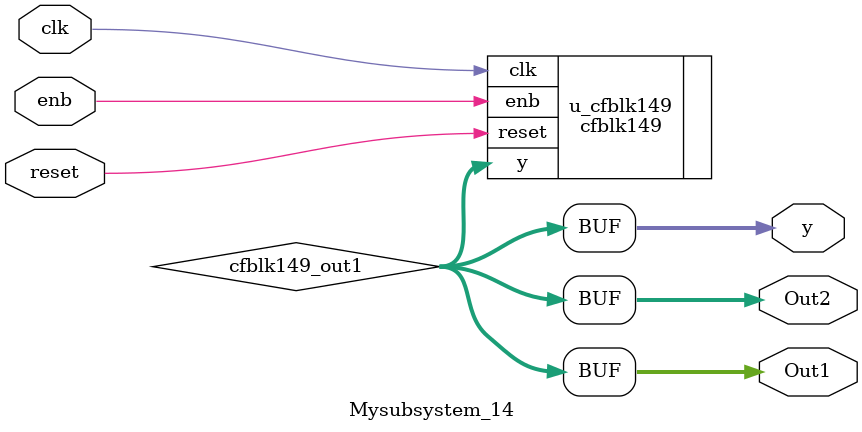
<source format=v>



`timescale 1 ns / 1 ns

module Mysubsystem_14
          (clk,
           reset,
           enb,
           Out1,
           Out2,
           y);


  input   clk;
  input   reset;
  input   enb;
  output  [7:0] Out1;  // uint8
  output  [7:0] Out2;  // uint8
  output  [7:0] y;  // uint8


  wire [7:0] cfblk149_out1;  // uint8


  cfblk149 u_cfblk149 (.clk(clk),
                       .reset(reset),
                       .enb(enb),
                       .y(cfblk149_out1)  // uint8
                       );

  assign Out1 = cfblk149_out1;

  assign Out2 = cfblk149_out1;

  assign y = cfblk149_out1;

endmodule  // Mysubsystem_14


</source>
